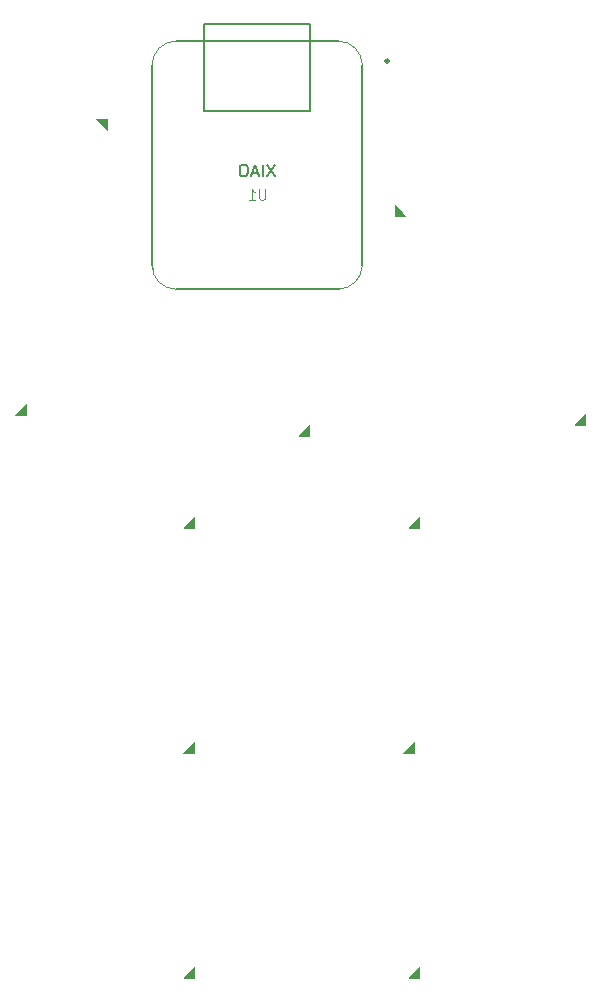
<source format=gbr>
%TF.GenerationSoftware,KiCad,Pcbnew,9.0.7*%
%TF.CreationDate,2026-01-22T22:05:33-06:00*%
%TF.ProjectId,HACK PAD!,4841434b-2050-4414-9421-2e6b69636164,rev?*%
%TF.SameCoordinates,Original*%
%TF.FileFunction,Legend,Bot*%
%TF.FilePolarity,Positive*%
%FSLAX46Y46*%
G04 Gerber Fmt 4.6, Leading zero omitted, Abs format (unit mm)*
G04 Created by KiCad (PCBNEW 9.0.7) date 2026-01-22 22:05:33*
%MOMM*%
%LPD*%
G01*
G04 APERTURE LIST*
%ADD10C,0.101600*%
%ADD11C,0.150000*%
%ADD12C,0.100000*%
%ADD13C,0.025400*%
%ADD14C,0.254000*%
%ADD15C,0.120000*%
%ADD16C,0.127000*%
G04 APERTURE END LIST*
D10*
X57827333Y-39839485D02*
X57827333Y-40559152D01*
X57827333Y-40559152D02*
X57785000Y-40643818D01*
X57785000Y-40643818D02*
X57742666Y-40686152D01*
X57742666Y-40686152D02*
X57658000Y-40728485D01*
X57658000Y-40728485D02*
X57488666Y-40728485D01*
X57488666Y-40728485D02*
X57404000Y-40686152D01*
X57404000Y-40686152D02*
X57361666Y-40643818D01*
X57361666Y-40643818D02*
X57319333Y-40559152D01*
X57319333Y-40559152D02*
X57319333Y-39839485D01*
X56430333Y-40728485D02*
X56938333Y-40728485D01*
X56684333Y-40728485D02*
X56684333Y-39839485D01*
X56684333Y-39839485D02*
X56769000Y-39966485D01*
X56769000Y-39966485D02*
X56853667Y-40051152D01*
X56853667Y-40051152D02*
X56938333Y-40093485D01*
D11*
X58673808Y-37737319D02*
X58007142Y-38737319D01*
X58007142Y-37737319D02*
X58673808Y-38737319D01*
X57626189Y-38737319D02*
X57626189Y-37737319D01*
X57197618Y-38451604D02*
X56721428Y-38451604D01*
X57292856Y-38737319D02*
X56959523Y-37737319D01*
X56959523Y-37737319D02*
X56626190Y-38737319D01*
X56102380Y-37737319D02*
X55911904Y-37737319D01*
X55911904Y-37737319D02*
X55816666Y-37784938D01*
X55816666Y-37784938D02*
X55721428Y-37880176D01*
X55721428Y-37880176D02*
X55673809Y-38070652D01*
X55673809Y-38070652D02*
X55673809Y-38403985D01*
X55673809Y-38403985D02*
X55721428Y-38594461D01*
X55721428Y-38594461D02*
X55816666Y-38689700D01*
X55816666Y-38689700D02*
X55911904Y-38737319D01*
X55911904Y-38737319D02*
X56102380Y-38737319D01*
X56102380Y-38737319D02*
X56197618Y-38689700D01*
X56197618Y-38689700D02*
X56292856Y-38594461D01*
X56292856Y-38594461D02*
X56340475Y-38403985D01*
X56340475Y-38403985D02*
X56340475Y-38070652D01*
X56340475Y-38070652D02*
X56292856Y-37880176D01*
X56292856Y-37880176D02*
X56197618Y-37784938D01*
X56197618Y-37784938D02*
X56102380Y-37737319D01*
D12*
%TO.C,D14*%
X44440858Y-34799999D02*
X43540858Y-33899999D01*
X44440858Y-33899999D01*
X44440858Y-34799999D01*
G36*
X44440858Y-34799999D02*
G01*
X43540858Y-33899999D01*
X44440858Y-33899999D01*
X44440858Y-34799999D01*
G37*
D13*
%TO.C,U1*%
X48307752Y-46693455D02*
X48297847Y-46645450D01*
X48288956Y-46597190D01*
X48281336Y-46548675D01*
X48274732Y-46499907D01*
X48269399Y-46451139D01*
X48265335Y-46402118D01*
X48262287Y-46353350D01*
X48260508Y-46304074D01*
X48307752Y-46693455D01*
X66034667Y-29172027D02*
X66037715Y-29220795D01*
X66030603Y-29123006D01*
X66034667Y-29172027D01*
D14*
X68277000Y-28982500D02*
G75*
G02*
X68023000Y-28982500I-127000J0D01*
G01*
X68023000Y-28982500D02*
G75*
G02*
X68277000Y-28982500I127000J0D01*
G01*
D15*
X50250000Y-48282500D02*
G75*
G02*
X48250000Y-46282500I0J2000000D01*
G01*
X66050000Y-46282500D02*
G75*
G02*
X64050000Y-48282500I-2044857J44857D01*
G01*
X48250000Y-29282500D02*
G75*
G02*
X50250000Y-27282500I2044610J-44610D01*
G01*
X64050000Y-27282500D02*
G75*
G02*
X66050000Y-29282500I-44612J-2044612D01*
G01*
D16*
X64050000Y-48282500D02*
X50250000Y-48282500D01*
X48250000Y-46282500D02*
X48250000Y-29282500D01*
X52650000Y-33211770D02*
X61650000Y-33211770D01*
X61650000Y-33211770D02*
X61650000Y-25858470D01*
X66050000Y-29282500D02*
X66050000Y-46282500D01*
X50250000Y-27283410D02*
X64050000Y-27283410D01*
X52650000Y-25858470D02*
X52650000Y-33211770D01*
X61650000Y-25858470D02*
X52650000Y-25858470D01*
D12*
%TO.C,D8*%
X51825001Y-68472158D02*
X50925001Y-68472158D01*
X51825001Y-67572158D01*
X51825001Y-68472158D01*
G36*
X51825001Y-68472158D02*
G01*
X50925001Y-68472158D01*
X51825001Y-67572158D01*
X51825001Y-68472158D01*
G37*
%TO.C,D7*%
X70422301Y-87540958D02*
X69522301Y-87540958D01*
X70422301Y-86640958D01*
X70422301Y-87540958D01*
G36*
X70422301Y-87540958D02*
G01*
X69522301Y-87540958D01*
X70422301Y-86640958D01*
X70422301Y-87540958D01*
G37*
%TO.C,D9*%
X51825001Y-106572158D02*
X50925001Y-106572158D01*
X51825001Y-105672158D01*
X51825001Y-106572158D01*
G36*
X51825001Y-106572158D02*
G01*
X50925001Y-106572158D01*
X51825001Y-105672158D01*
X51825001Y-106572158D01*
G37*
%TO.C,D6*%
X51760001Y-87523358D02*
X50860001Y-87523358D01*
X51760001Y-86623358D01*
X51760001Y-87523358D01*
G36*
X51760001Y-87523358D02*
G01*
X50860001Y-87523358D01*
X51760001Y-86623358D01*
X51760001Y-87523358D01*
G37*
%TO.C,D10*%
X70875001Y-106572158D02*
X69975001Y-106572158D01*
X70875001Y-105672158D01*
X70875001Y-106572158D01*
G36*
X70875001Y-106572158D02*
G01*
X69975001Y-106572158D01*
X70875001Y-105672158D01*
X70875001Y-106572158D01*
G37*
%TO.C,D11*%
X70875001Y-68472158D02*
X69975001Y-68472158D01*
X70875001Y-67572158D01*
X70875001Y-68472158D01*
G36*
X70875001Y-68472158D02*
G01*
X69975001Y-68472158D01*
X70875001Y-67572158D01*
X70875001Y-68472158D01*
G37*
%TO.C,D12*%
X61568701Y-60681258D02*
X60668701Y-60681258D01*
X61568701Y-59781258D01*
X61568701Y-60681258D01*
G36*
X61568701Y-60681258D02*
G01*
X60668701Y-60681258D01*
X61568701Y-59781258D01*
X61568701Y-60681258D01*
G37*
%TO.C,D15*%
X84943701Y-59799958D02*
X84043701Y-59799958D01*
X84943701Y-58899958D01*
X84943701Y-59799958D01*
G36*
X84943701Y-59799958D02*
G01*
X84043701Y-59799958D01*
X84943701Y-58899958D01*
X84943701Y-59799958D01*
G37*
%TO.C,D13*%
X69687542Y-42081201D02*
X68787542Y-42081201D01*
X68787542Y-41181201D01*
X69687542Y-42081201D01*
G36*
X69687542Y-42081201D02*
G01*
X68787542Y-42081201D01*
X68787542Y-41181201D01*
X69687542Y-42081201D01*
G37*
%TO.C,D16*%
X37537501Y-58947158D02*
X36637501Y-58947158D01*
X37537501Y-58047158D01*
X37537501Y-58947158D01*
G36*
X37537501Y-58947158D02*
G01*
X36637501Y-58947158D01*
X37537501Y-58047158D01*
X37537501Y-58947158D01*
G37*
%TD*%
M02*

</source>
